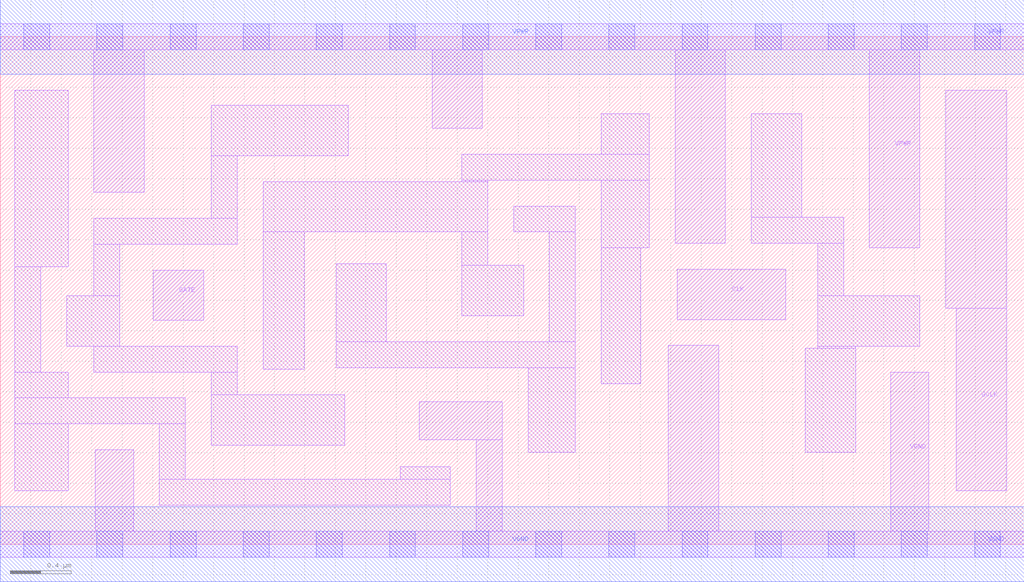
<source format=lef>
# Copyright 2020 The SkyWater PDK Authors
#
# Licensed under the Apache License, Version 2.0 (the "License");
# you may not use this file except in compliance with the License.
# You may obtain a copy of the License at
#
#     https://www.apache.org/licenses/LICENSE-2.0
#
# Unless required by applicable law or agreed to in writing, software
# distributed under the License is distributed on an "AS IS" BASIS,
# WITHOUT WARRANTIES OR CONDITIONS OF ANY KIND, either express or implied.
# See the License for the specific language governing permissions and
# limitations under the License.
#
# SPDX-License-Identifier: Apache-2.0

VERSION 5.7 ;
  NAMESCASESENSITIVE ON ;
  NOWIREEXTENSIONATPIN ON ;
  DIVIDERCHAR "/" ;
  BUSBITCHARS "[]" ;
UNITS
  DATABASE MICRONS 200 ;
END UNITS
MACRO sky130_fd_sc_ms__dlclkp_1
  CLASS CORE ;
  SOURCE USER ;
  FOREIGN sky130_fd_sc_ms__dlclkp_1 ;
  ORIGIN  0.000000  0.000000 ;
  SIZE  6.720000 BY  3.330000 ;
  SYMMETRY X Y ;
  SITE unit ;
  PIN GATE
    ANTENNAGATEAREA  0.276000 ;
    DIRECTION INPUT ;
    USE SIGNAL ;
    PORT
      LAYER li1 ;
        RECT 1.005000 1.470000 1.335000 1.800000 ;
    END
  END GATE
  PIN GCLK
    ANTENNADIFFAREA  0.524500 ;
    DIRECTION OUTPUT ;
    USE SIGNAL ;
    PORT
      LAYER li1 ;
        RECT 6.205000 1.550000 6.605000 2.980000 ;
        RECT 6.275000 0.350000 6.605000 1.550000 ;
    END
  END GCLK
  PIN CLK
    ANTENNAGATEAREA  0.509400 ;
    DIRECTION INPUT ;
    USE CLOCK ;
    PORT
      LAYER li1 ;
        RECT 4.445000 1.475000 5.155000 1.805000 ;
    END
  END CLK
  PIN VGND
    DIRECTION INOUT ;
    USE GROUND ;
    PORT
      LAYER li1 ;
        RECT 0.000000 -0.085000 6.720000 0.085000 ;
        RECT 0.625000  0.085000 0.875000 0.620000 ;
        RECT 2.750000  0.685000 3.295000 0.935000 ;
        RECT 3.125000  0.085000 3.295000 0.685000 ;
        RECT 4.385000  0.085000 4.715000 1.305000 ;
        RECT 5.845000  0.085000 6.095000 1.130000 ;
      LAYER mcon ;
        RECT 0.155000 -0.085000 0.325000 0.085000 ;
        RECT 0.635000 -0.085000 0.805000 0.085000 ;
        RECT 1.115000 -0.085000 1.285000 0.085000 ;
        RECT 1.595000 -0.085000 1.765000 0.085000 ;
        RECT 2.075000 -0.085000 2.245000 0.085000 ;
        RECT 2.555000 -0.085000 2.725000 0.085000 ;
        RECT 3.035000 -0.085000 3.205000 0.085000 ;
        RECT 3.515000 -0.085000 3.685000 0.085000 ;
        RECT 3.995000 -0.085000 4.165000 0.085000 ;
        RECT 4.475000 -0.085000 4.645000 0.085000 ;
        RECT 4.955000 -0.085000 5.125000 0.085000 ;
        RECT 5.435000 -0.085000 5.605000 0.085000 ;
        RECT 5.915000 -0.085000 6.085000 0.085000 ;
        RECT 6.395000 -0.085000 6.565000 0.085000 ;
      LAYER met1 ;
        RECT 0.000000 -0.245000 6.720000 0.245000 ;
    END
  END VGND
  PIN VPWR
    DIRECTION INOUT ;
    USE POWER ;
    PORT
      LAYER li1 ;
        RECT 0.000000 3.245000 6.720000 3.415000 ;
        RECT 0.615000 2.310000 0.945000 3.245000 ;
        RECT 2.835000 2.730000 3.165000 3.245000 ;
        RECT 4.430000 1.975000 4.760000 3.245000 ;
        RECT 5.705000 1.945000 6.035000 3.245000 ;
      LAYER mcon ;
        RECT 0.155000 3.245000 0.325000 3.415000 ;
        RECT 0.635000 3.245000 0.805000 3.415000 ;
        RECT 1.115000 3.245000 1.285000 3.415000 ;
        RECT 1.595000 3.245000 1.765000 3.415000 ;
        RECT 2.075000 3.245000 2.245000 3.415000 ;
        RECT 2.555000 3.245000 2.725000 3.415000 ;
        RECT 3.035000 3.245000 3.205000 3.415000 ;
        RECT 3.515000 3.245000 3.685000 3.415000 ;
        RECT 3.995000 3.245000 4.165000 3.415000 ;
        RECT 4.475000 3.245000 4.645000 3.415000 ;
        RECT 4.955000 3.245000 5.125000 3.415000 ;
        RECT 5.435000 3.245000 5.605000 3.415000 ;
        RECT 5.915000 3.245000 6.085000 3.415000 ;
        RECT 6.395000 3.245000 6.565000 3.415000 ;
      LAYER met1 ;
        RECT 0.000000 3.085000 6.720000 3.575000 ;
    END
  END VPWR
  OBS
    LAYER li1 ;
      RECT 0.095000 0.350000 0.445000 0.790000 ;
      RECT 0.095000 0.790000 1.215000 0.960000 ;
      RECT 0.095000 0.960000 0.445000 1.130000 ;
      RECT 0.095000 1.130000 0.265000 1.820000 ;
      RECT 0.095000 1.820000 0.445000 2.980000 ;
      RECT 0.435000 1.300000 0.785000 1.630000 ;
      RECT 0.615000 1.130000 1.555000 1.300000 ;
      RECT 0.615000 1.630000 0.785000 1.970000 ;
      RECT 0.615000 1.970000 1.555000 2.140000 ;
      RECT 1.045000 0.255000 2.955000 0.425000 ;
      RECT 1.045000 0.425000 1.215000 0.790000 ;
      RECT 1.385000 0.650000 2.260000 0.980000 ;
      RECT 1.385000 0.980000 1.555000 1.130000 ;
      RECT 1.385000 2.140000 1.555000 2.550000 ;
      RECT 1.385000 2.550000 2.285000 2.880000 ;
      RECT 1.725000 1.150000 1.995000 2.050000 ;
      RECT 1.725000 2.050000 3.200000 2.380000 ;
      RECT 2.205000 1.160000 3.775000 1.330000 ;
      RECT 2.205000 1.330000 2.535000 1.840000 ;
      RECT 2.625000 0.425000 2.955000 0.510000 ;
      RECT 3.030000 1.500000 3.435000 1.830000 ;
      RECT 3.030000 1.830000 3.200000 2.050000 ;
      RECT 3.030000 2.380000 3.200000 2.390000 ;
      RECT 3.030000 2.390000 4.260000 2.560000 ;
      RECT 3.370000 2.050000 3.775000 2.220000 ;
      RECT 3.465000 0.605000 3.775000 1.160000 ;
      RECT 3.605000 1.330000 3.775000 2.050000 ;
      RECT 3.945000 1.055000 4.205000 1.945000 ;
      RECT 3.945000 1.945000 4.260000 2.390000 ;
      RECT 3.945000 2.560000 4.260000 2.825000 ;
      RECT 4.930000 1.975000 5.535000 2.145000 ;
      RECT 4.930000 2.145000 5.260000 2.825000 ;
      RECT 5.285000 0.605000 5.615000 1.285000 ;
      RECT 5.365000 1.285000 5.615000 1.300000 ;
      RECT 5.365000 1.300000 6.035000 1.630000 ;
      RECT 5.365000 1.630000 5.535000 1.975000 ;
  END
END sky130_fd_sc_ms__dlclkp_1

</source>
